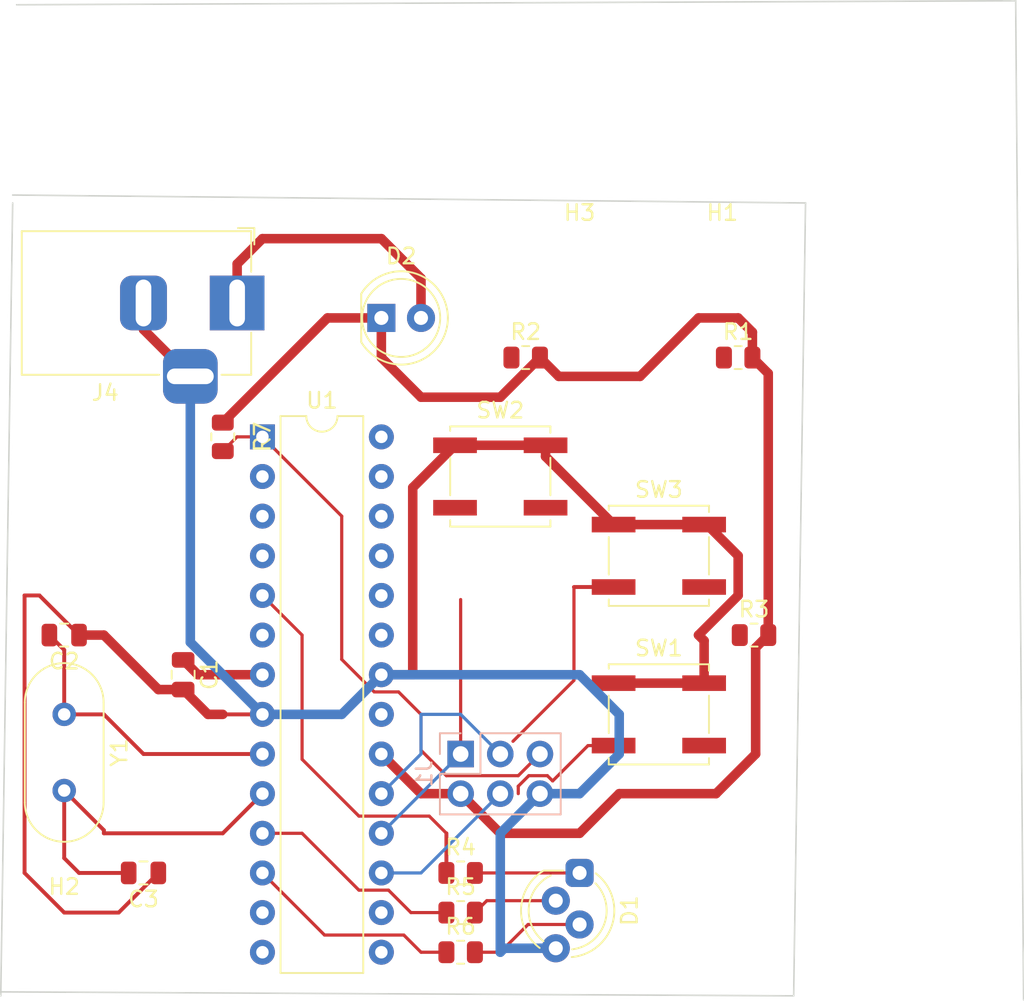
<source format=kicad_pcb>
(kicad_pcb (version 20211014) (generator pcbnew)
  (title_block (title "RGB LED CUSTOMISABLE") (rev "1") (company "University of Macedonia"))
  (layers (0 "F.Cu" signal) (31 "B.Cu" signal) (34 "B.Paste" user) (35 "F.Paste" user) (36 "B.SilkS" user "B.Silkscreen") (37 "F.SilkS" user "F.Silkscreen") (38 "B.Mask" user) (39 "F.Mask" user) (44 "Edge.Cuts" user))
  (net 0 "")
  (net 1 "VCC")
  (net 2 "GND")
  (net 3 "/XTAL1")
  (net 4 "/XTAL2")
  (net 5 "Net-(D1-Pad1)")
  (net 6 "Net-(D1-Pad2)")
  (net 7 "Net-(D1-Pad3)")
  (net 8 "Net-(D2-Pad2)")
  (net 9 "Net-(R1-Pad1)")
  (net 10 "/MISO")
  (net 11 "/SCK")
  (net 12 "/3")
  (net 13 "/5")
  (net 14 "/6")
  (net 15 "/RESET")
  (net 16 "unconnected-(SW1-Pad1)")
  (net 18 "unconnected-(SW3-Pad1)")
  (net 19 "/0")
  (net 20 "/1")
  (net 21 "/2")
  (net 22 "/4")
  (net 23 "/7")
  (net 24 "/MOSI")
  (net 27 "Net-(R2-Pad1)")
  (net 29 "Net-(R3-Pad1)")
  (footprint "Resistor_SMD:R_0805_2012Metric" (layer "F.Cu") (at 118.4675 86.36)
    (fp_text reference "R2" (at 0 -1.65) (layer "F.SilkS"))
    (fp_text value "R")
    (fp_line (start -0.227064 -0.735) (end 0.227064 -0.735) (layer "F.SilkS") (width 0.12))
    (fp_line (start -0.227064 0.735) (end 0.227064 0.735) (layer "F.SilkS") (width 0.12))
    (pad "1" smd roundrect (at -0.9125 0) (size 1.025 1.4) (layers "F.Cu" "F.Paste" "F.Mask") (roundrect_rratio 0.243902) (net 27 "Net-(R2-Pad1)"))
    (pad "2" smd roundrect (at 0.9125 0) (size 1.025 1.4) (layers "F.Cu" "F.Paste" "F.Mask") (roundrect_rratio 0.243902) (net 1 "VCC"))
  )
  (footprint "Resistor_SMD:R_0805_2012Metric" (layer "F.Cu") (at 133.096 104.14)
    (fp_text reference "R3" (at 0 -1.65) (layer "F.SilkS"))
    (fp_text value "R")
    (fp_line (start -0.227064 -0.735) (end 0.227064 -0.735) (layer "F.SilkS") (width 0.12))
    (fp_line (start -0.227064 0.735) (end 0.227064 0.735) (layer "F.SilkS") (width 0.12))
    (pad "1" smd roundrect (at -0.9125 0) (size 1.025 1.4) (layers "F.Cu" "F.Paste" "F.Mask") (roundrect_rratio 0.243902) (net 29 "Net-(R3-Pad1)"))
    (pad "2" smd roundrect (at 0.9125 0) (size 1.025 1.4) (layers "F.Cu" "F.Paste" "F.Mask") (roundrect_rratio 0.243902) (net 1 "VCC"))
  )
  (footprint "Capacitor_SMD:C_0805_2012Metric" (layer "F.Cu") (at 93.98 119.38 180)
    (fp_text reference "C3" (at 0 -1.68) (layer "F.SilkS"))
    (fp_text value "C")
    (fp_line (start -0.261252 0.735) (end 0.261252 0.735) (layer "F.SilkS") (width 0.12))
    (fp_line (start -0.261252 -0.735) (end 0.261252 -0.735) (layer "F.SilkS") (width 0.12))
    (pad "1" smd roundrect (at -0.95 0 180) (size 1 1.45) (layers "F.Cu" "F.Paste" "F.Mask") (net 2 "GND"))
    (pad "2" smd roundrect (at 0.95 0 180) (size 1 1.45) (layers "F.Cu" "F.Paste" "F.Mask") (net 4 "/XTAL2"))
  )
  (footprint "Button_Switch_SMD:SW_Push_1P1T_NO_CK_KSC6xxJ" (layer "F.Cu") (at 127 99.06 180)
    (fp_text reference "SW3" (at 0 4.24) (layer "F.SilkS"))
    (fp_text value "SW_MEC_5E")
    (fp_line (start -3.21 2.8) (end -3.21 3.21) (layer "F.SilkS") (width 0.12))
    (fp_line (start -3.21 3.21) (end 3.21 3.21) (layer "F.SilkS") (width 0.12))
    (fp_line (start -3.21 -3.21) (end -3.21 -2.8) (layer "F.SilkS") (width 0.12))
    (fp_line (start -3.21 -1.2) (end -3.21 1.2) (layer "F.SilkS") (width 0.12))
    (fp_line (start 3.21 3.21) (end 3.21 2.93) (layer "F.SilkS") (width 0.12))
    (fp_line (start 3.21 -2.8) (end 3.21 -3.21) (layer "F.SilkS") (width 0.12))
    (fp_line (start 3.21 1.2) (end 3.21 -1.2) (layer "F.SilkS") (width 0.12))
    (fp_line (start 3.21 -3.21) (end -3.21 -3.21) (layer "F.SilkS") (width 0.12))
    (pad "1" smd rect (at 2.9 -2 180) (size 2.8 1) (layers "F.Cu" "F.Paste" "F.Mask") (net 18 "unconnected-(SW3-Pad1)"))
    (pad "1" smd rect (at -2.9 -2 180) (size 2.8 1) (layers "F.Cu" "F.Paste" "F.Mask") (net 18 "unconnected-(SW3-Pad1)"))
    (pad "2" smd rect (at -2.9 2 180) (size 2.8 1) (layers "F.Cu" "F.Paste" "F.Mask") (net 2 "GND"))
    (pad "2" smd rect (at 2.9 2 180) (size 2.8 1) (layers "F.Cu" "F.Paste" "F.Mask") (net 2 "GND"))
  )
  (footprint "Capacitor_SMD:C_0805_2012Metric" (layer "F.Cu") (at 88.9 104.14 180)
    (fp_text reference "C2" (at 0 -1.68) (layer "F.SilkS"))
    (fp_text value "C")
    (fp_line (start -0.261252 -0.735) (end 0.261252 -0.735) (layer "F.SilkS") (width 0.12))
    (fp_line (start -0.261252 0.735) (end 0.261252 0.735) (layer "F.SilkS") (width 0.12))
    (pad "1" smd roundrect (at -0.95 0 180) (size 1 1.45) (layers "F.Cu" "F.Paste" "F.Mask") (net 2 "GND"))
    (pad "2" smd roundrect (at 0.95 0 180) (size 1 1.45) (layers "F.Cu" "F.Paste" "F.Mask") (net 3 "/XTAL1"))
  )
  (footprint "MountingHole:MountingHole_3.2mm_M3" (layer "F.Cu") (at 121.92 81.28)
    (fp_text reference "H3" (at 0 -4.2) (layer "F.SilkS"))
    (fp_text value "MountingHole")
    (pad "" np_thru_hole circle (at 0 0) (size 3.2 3.2) (drill 3.2) (layers *.Cu *.Mask))
  )
  (footprint "Resistor_SMD:R_0805_2012Metric" (layer "F.Cu") (at 132.08 86.36)
    (fp_text reference "R1" (at 0 -1.65) (layer "F.SilkS"))
    (fp_text value "10KΩ")
    (fp_line (start -0.227064 0.735) (end 0.227064 0.735) (layer "F.SilkS") (width 0.12))
    (fp_line (start -0.227064 -0.735) (end 0.227064 -0.735) (layer "F.SilkS") (width 0.12))
    (pad "1" smd roundrect (at -0.9125 0) (size 1.025 1.4) (layers "F.Cu" "F.Paste" "F.Mask") (roundrect_rratio 0.243902) (net 9 "Net-(R1-Pad1)"))
    (pad "2" smd roundrect (at 0.9125 0) (size 1.025 1.4) (layers "F.Cu" "F.Paste" "F.Mask") (roundrect_rratio 0.243902) (net 1 "VCC"))
  )
  (footprint "Resistor_SMD:R_0805_2012Metric" (layer "F.Cu") (at 99.06 91.44 -90)
    (fp_text reference "R7" (at 0 -2.54 90) (layer "F.SilkS"))
    (fp_text value "R")
    (fp_line (start -0.227064 -0.735) (end 0.227064 -0.735) (layer "F.SilkS") (width 0.12))
    (fp_line (start -0.227064 0.735) (end 0.227064 0.735) (layer "F.SilkS") (width 0.12))
    (pad "1" smd roundrect (at -0.9125 0 270) (size 1.025 1.4) (layers "F.Cu" "F.Paste" "F.Mask") (roundrect_rratio 0.243902) (net 1 "VCC"))
    (pad "2" smd roundrect (at 0.9125 0 270) (size 1.025 1.4) (layers "F.Cu" "F.Paste" "F.Mask") (roundrect_rratio 0.243902) (net 15 "/RESET"))
  )
  (footprint "Connector_BarrelJack:BarrelJack_Horizontal" (layer "F.Cu") (at 99.98 82.8625)
    (fp_text reference "J4" (at -8.45 5.75) (layer "F.SilkS"))
    (fp_text value "Barrel_Jack_Switch")
    (fp_line (start 0.9 1.9) (end 0.9 4.6) (layer "F.SilkS") (width 0.12))
    (fp_line (start 0.9 4.6) (end -1 4.6) (layer "F.SilkS") (width 0.12))
    (fp_line (start 0.9 -4.6) (end 0.9 -2) (layer "F.SilkS") (width 0.12))
    (fp_line (start 1.1 -3.75) (end 1.1 -4.8) (layer "F.SilkS") (width 0.12))
    (fp_line (start -5 4.6) (end -13.8 4.6) (layer "F.SilkS") (width 0.12))
    (fp_line (start -13.8 4.6) (end -13.8 -4.6) (layer "F.SilkS") (width 0.12))
    (fp_line (start -13.8 -4.6) (end 0.9 -4.6) (layer "F.SilkS") (width 0.12))
    (fp_line (start 0.05 -4.8) (end 1.1 -4.8) (layer "F.SilkS") (width 0.12))
    (pad "1" thru_hole rect (at 0 0) (size 3.5 3.5) (drill oval 1 3) (layers *.Cu *.Mask) (net 8 "Net-(D2-Pad2)"))
    (pad "2" thru_hole roundrect (at -6 0) (size 3 3.5) (drill oval 1 3) (layers *.Cu *.Mask) (net 2 "GND"))
    (pad "3" thru_hole roundrect (at -3 4.7) (size 3.5 3.5) (drill oval 3 1) (layers *.Cu *.Mask) (net 2 "GND"))
  )
  (footprint "MountingHole:MountingHole_3.2mm_M3" (layer "F.Cu") (at 88.9 124.46)
    (fp_text reference "H2" (at 0 -4.2) (layer "F.SilkS"))
    (fp_text value "MountingHole")
    (pad "" np_thru_hole circle (at 0 0) (size 3.2 3.2) (drill 3.2) (layers *.Cu *.Mask))
  )
  (footprint "LED_THT:LED_D5.0mm-4_RGB_Staggered_Pins" (layer "F.Cu") (at 121.92 119.38 -90)
    (fp_text reference "D1" (at 2.413 -3.198 90) (layer "F.SilkS"))
    (fp_text value "LED_RGBA")
    (fp_line (start -0.147 1.061188) (end -0.147 2.307) (layer "F.SilkS") (width 0.12))
    (fp_arc (start 4.804334 2.556887) (mid 2.262188 3.748194) (end -0.147 2.30683) (layer "F.SilkS") (width 0.12))
    (fp_arc (start 4.372086 2.315056) (mid 2.134091 3.246393) (end 0.158316 1.842) (layer "F.SilkS") (width 0.12))
    (fp_arc (start 0.028 -1.038) (mid 3.238737 -2.109652) (end 5.389836 0.503784) (layer "F.SilkS") (width 0.12))
    (fp_arc (start 0.660401 -1.015999) (mid 3.242766 -1.592649) (end 4.89309 0.475579) (layer "F.SilkS") (width 0.12))
    (pad "1" thru_hole roundrect (at 0 0 270) (size 1.8 1.8) (drill 0.9) (layers *.Cu *.Mask) (net 5 "Net-(D1-Pad1)"))
    (pad "2" thru_hole circle (at 1.778 1.524 270) (size 1.8 1.8) (drill 0.9) (layers *.Cu *.Mask) (net 6 "Net-(D1-Pad2)"))
    (pad "3" thru_hole circle (at 3.302 0 270) (size 1.8 1.8) (drill 0.9) (layers *.Cu *.Mask) (net 7 "Net-(D1-Pad3)"))
    (pad "4" thru_hole circle (at 4.826 1.524 270) (size 1.8 1.8) (drill 0.9) (layers *.Cu *.Mask) (net 2 "GND"))
  )
  (footprint "Button_Switch_SMD:SW_Push_1P1T_NO_CK_KSC6xxJ" (layer "F.Cu") (at 127 109.22 180)
    (fp_text reference "SW1" (at 0 4.24) (layer "F.SilkS"))
    (fp_text value "SW_MEC_5E")
    (fp_line (start 3.21 1.2) (end 3.21 -1.2) (layer "F.SilkS") (width 0.12))
    (fp_line (start -3.21 -3.21) (end -3.21 -2.8) (layer "F.SilkS") (width 0.12))
    (fp_line (start -3.21 3.21) (end 3.21 3.21) (layer "F.SilkS") (width 0.12))
    (fp_line (start -3.21 -1.2) (end -3.21 1.2) (layer "F.SilkS") (width 0.12))
    (fp_line (start -3.21 2.8) (end -3.21 3.21) (layer "F.SilkS") (width 0.12))
    (fp_line (start 3.21 3.21) (end 3.21 2.93) (layer "F.SilkS") (width 0.12))
    (fp_line (start 3.21 -2.8) (end 3.21 -3.21) (layer "F.SilkS") (width 0.12))
    (fp_line (start 3.21 -3.21) (end -3.21 -3.21) (layer "F.SilkS") (width 0.12))
    (pad "1" smd rect (at -2.9 -2 180) (size 2.8 1) (layers "F.Cu" "F.Paste" "F.Mask") (net 16 "unconnected-(SW1-Pad1)"))
    (pad "1" smd rect (at 2.9 -2 180) (size 2.8 1) (layers "F.Cu" "F.Paste" "F.Mask") (net 16 "unconnected-(SW1-Pad1)"))
    (pad "2" smd rect (at 2.9 2 180) (size 2.8 1) (layers "F.Cu" "F.Paste" "F.Mask") (net 2 "GND"))
    (pad "2" smd rect (at -2.9 2 180) (size 2.8 1) (layers "F.Cu" "F.Paste" "F.Mask") (net 2 "GND"))
  )
  (footprint "Capacitor_SMD:C_0805_2012Metric" (layer "F.Cu") (at 96.52 106.68 -90)
    (fp_text reference "C1" (at 0 -1.68 90) (layer "F.SilkS"))
    (fp_text value "C")
    (fp_line (start -0.261252 -0.735) (end 0.261252 -0.735) (layer "F.SilkS") (width 0.12))
    (fp_line (start -0.261252 0.735) (end 0.261252 0.735) (layer "F.SilkS") (width 0.12))
    (pad "1" smd roundrect (at -0.95 0 270) (size 1 1.45) (layers "F.Cu" "F.Paste" "F.Mask") (net 1 "VCC"))
    (pad "2" smd roundrect (at 0.95 0 270) (size 1 1.45) (layers "F.Cu" "F.Paste" "F.Mask") (net 2 "GND"))
  )
  (footprint "LED_THT:LED_D5.0mm" (layer "F.Cu") (at 109.22 83.82)
    (fp_text reference "D2" (at 1.27 -3.96) (layer "F.SilkS"))
    (fp_text value "LED")
    (fp_line (start -1.29 -1.545) (end -1.29 1.545) (layer "F.SilkS") (width 0.12))
    (fp_arc (start -1.29 -1.54483) (mid 2.072002 -2.880433) (end 4.26 0.000462) (layer "F.SilkS") (width 0.12))
    (fp_arc (start 4.26 -0.000462) (mid 2.072002 2.880433) (end -1.29 1.54483) (layer "F.SilkS") (width 0.12))
    (fp_circle (center 1.27 0) (end 3.77 0) (layer "F.SilkS") (width 0.12) (fill none))
    (pad "1" thru_hole rect (at 0 0) (size 1.8 1.8) (drill 0.9) (layers *.Cu *.Mask) (net 1 "VCC"))
    (pad "2" thru_hole circle (at 2.54 0) (size 1.8 1.8) (drill 0.9) (layers *.Cu *.Mask) (net 8 "Net-(D2-Pad2)"))
  )
  (footprint "Button_Switch_SMD:SW_Push_1P1T_NO_CK_KSC6xxJ" (layer "F.Cu") (at 116.84 93.98 180)
    (fp_text reference "SW2" (at 0 4.24) (layer "F.SilkS"))
    (fp_text value "SW_MEC_5E")
    (fp_line (start -3.21 2.8) (end -3.21 3.21) (layer "F.SilkS") (width 0.12))
    (fp_line (start -3.21 3.21) (end 3.21 3.21) (layer "F.SilkS") (width 0.12))
    (fp_line (start 3.21 -3.21) (end -3.21 -3.21) (layer "F.SilkS") (width 0.12))
    (fp_line (start -3.21 -3.21) (end -3.21 -2.8) (layer "F.SilkS") (width 0.12))
    (fp_line (start -3.21 -1.2) (end -3.21 1.2) (layer "F.SilkS") (width 0.12))
    (fp_line (start 3.21 3.21) (end 3.21 2.93) (layer "F.SilkS") (width 0.12))
    (fp_line (start 3.21 -2.8) (end 3.21 -3.21) (layer "F.SilkS") (width 0.12))
    (fp_line (start 3.21 1.2) (end 3.21 -1.2) (layer "F.SilkS") (width 0.12))
    (pad "1" smd rect (at -2.9 -2 180) (size 2.8 1) (layers "F.Cu" "F.Paste" "F.Mask"))
    (pad "1" smd rect (at 2.9 -2 180) (size 2.8 1) (layers "F.Cu" "F.Paste" "F.Mask"))
    (pad "2" smd rect (at 2.9 2 180) (size 2.8 1) (layers "F.Cu" "F.Paste" "F.Mask") (net 2 "GND"))
    (pad "2" smd rect (at -2.9 2 180) (size 2.8 1) (layers "F.Cu" "F.Paste" "F.Mask") (net 2 "GND"))
  )
  (footprint "MountingHole:MountingHole_3.2mm_M3" (layer "F.Cu") (at 131.064 81.28)
    (fp_text reference "H1" (at 0 -4.2) (layer "F.SilkS"))
    (fp_text value "MountingHole")
    (pad "" np_thru_hole circle (at 0 0) (size 3.2 3.2) (drill 3.2) (layers *.Cu *.Mask))
  )
  (footprint "Resistor_SMD:R_0805_2012Metric" (layer "F.Cu") (at 114.3 124.46)
    (fp_text reference "R6" (at 0 -1.65) (layer "F.SilkS"))
    (fp_text value "R")
    (fp_line (start -0.227064 -0.735) (end 0.227064 -0.735) (layer "F.SilkS") (width 0.12))
    (fp_line (start -0.227064 0.735) (end 0.227064 0.735) (layer "F.SilkS") (width 0.12))
    (pad "1" smd roundrect (at -0.9125 0) (size 1.025 1.4) (layers "F.Cu" "F.Paste" "F.Mask") (roundrect_rratio 0.243902) (net 14 "/6"))
    (pad "2" smd roundrect (at 0.9125 0) (size 1.025 1.4) (layers "F.Cu" "F.Paste" "F.Mask") (roundrect_rratio 0.243902) (net 7 "Net-(D1-Pad3)"))
  )
  (footprint "Resistor_SMD:R_0805_2012Metric" (layer "F.Cu") (at 114.3 121.92)
    (fp_text reference "R5" (at 0 -1.65) (layer "F.SilkS"))
    (fp_text value "R")
    (fp_line (start -0.227064 0.735) (end 0.227064 0.735) (layer "F.SilkS") (width 0.12))
    (fp_line (start -0.227064 -0.735) (end 0.227064 -0.735) (layer "F.SilkS") (width 0.12))
    (pad "1" smd roundrect (at -0.9125 0) (size 1.025 1.4) (layers "F.Cu" "F.Paste" "F.Mask") (roundrect_rratio 0.243902) (net 13 "/5"))
    (pad "2" smd roundrect (at 0.9125 0) (size 1.025 1.4) (layers "F.Cu" "F.Paste" "F.Mask") (roundrect_rratio 0.243902) (net 6 "Net-(D1-Pad2)"))
  )
  (footprint "Crystal:Crystal_HC49-4H_Vertical" (layer "F.Cu") (at 88.9 109.22 -90)
    (fp_text reference "Y1" (at 2.44 -3.525 90) (layer "F.SilkS"))
    (fp_text value "Crystal")
    (fp_line (start -0.76 -2.525) (end 5.64 -2.525) (layer "F.SilkS") (width 0.12))
    (fp_line (start -0.76 2.525) (end 5.64 2.525) (layer "F.SilkS") (width 0.12))
    (fp_arc (start 5.64 -2.525) (mid 8.165 0) (end 5.64 2.525) (layer "F.SilkS") (width 0.12))
    (fp_arc (start -0.76 2.525) (mid -3.285 0) (end -0.76 -2.525) (layer "F.SilkS") (width 0.12))
    (pad "1" thru_hole circle (at 0 0 270) (size 1.5 1.5) (drill 0.8) (layers *.Cu *.Mask) (net 3 "/XTAL1"))
    (pad "2" thru_hole circle (at 4.88 0 270) (size 1.5 1.5) (drill 0.8) (layers *.Cu *.Mask) (net 4 "/XTAL2"))
  )
  (footprint "Package_DIP:DIP-28_W7.62mm" (layer "F.Cu") (at 101.6 91.44)
    (fp_text reference "U1" (at 3.81 -2.33) (layer "F.SilkS"))
    (fp_text value "ATmega328P-P")
    (fp_line (start 1.16 -1.33) (end 1.16 34.35) (layer "F.SilkS") (width 0.12))
    (fp_line (start 1.16 34.35) (end 6.46 34.35) (layer "F.SilkS") (width 0.12))
    (fp_line (start 6.46 -1.33) (end 4.81 -1.33) (layer "F.SilkS") (width 0.12))
    (fp_line (start 6.46 34.35) (end 6.46 -1.33) (layer "F.SilkS") (width 0.12))
    (fp_line (start 2.81 -1.33) (end 1.16 -1.33) (layer "F.SilkS") (width 0.12))
    (fp_arc (start 4.81 -1.33) (mid 3.81 -0.33) (end 2.81 -1.33) (layer "F.SilkS") (width 0.12))
    (pad "1" thru_hole rect (at 0 0) (size 1.6 1.6) (drill 0.8) (layers *.Cu *.Mask) (net 15 "/RESET"))
    (pad "2" thru_hole oval (at 0 2.54) (size 1.6 1.6) (drill 0.8) (layers *.Cu *.Mask) (net 19 "/0"))
    (pad "3" thru_hole oval (at 0 5.08) (size 1.6 1.6) (drill 0.8) (layers *.Cu *.Mask) (net 20 "/1"))
    (pad "4" thru_hole oval (at 0 7.62) (size 1.6 1.6) (drill 0.8) (layers *.Cu *.Mask) (net 21 "/2"))
    (pad "5" thru_hole oval (at 0 10.16) (size 1.6 1.6) (drill 0.8) (layers *.Cu *.Mask) (net 12 "/3"))
    (pad "6" thru_hole oval (at 0 12.7) (size 1.6 1.6) (drill 0.8) (layers *.Cu *.Mask) (net 22 "/4"))
    (pad "7" thru_hole oval (at 0 15.24) (size 1.6 1.6) (drill 0.8) (layers *.Cu *.Mask) (net 1 "VCC"))
    (pad "8" thru_hole oval (at 0 17.78) (size 1.6 1.6) (drill 0.8) (layers *.Cu *.Mask) (net 2 "GND"))
    (pad "9" thru_hole oval (at 0 20.32) (size 1.6 1.6) (drill 0.8) (layers *.Cu *.Mask) (net 3 "/XTAL1"))
    (pad "10" thru_hole oval (at 0 22.86) (size 1.6 1.6) (drill 0.8) (layers *.Cu *.Mask) (net 4 "/XTAL2"))
    (pad "11" thru_hole oval (at 0 25.4) (size 1.6 1.6) (drill 0.8) (layers *.Cu *.Mask) (net 13 "/5"))
    (pad "12" thru_hole oval (at 0 27.94) (size 1.6 1.6) (drill 0.8) (layers *.Cu *.Mask) (net 14 "/6"))
    (pad "13" thru_hole oval (at 0 30.48) (size 1.6 1.6) (drill 0.8) (layers *.Cu *.Mask) (net 23 "/7"))
    (pad "14" thru_hole oval (at 0 33.02) (size 1.6 1.6) (drill 0.8) (layers *.Cu *.Mask))
    (pad "15" thru_hole oval (at 7.62 33.02) (size 1.6 1.6) (drill 0.8) (layers *.Cu *.Mask))
    (pad "16" thru_hole oval (at 7.62 30.48) (size 1.6 1.6) (drill 0.8) (layers *.Cu *.Mask))
    (pad "17" thru_hole oval (at 7.62 27.94) (size 1.6 1.6) (drill 0.8) (layers *.Cu *.Mask) (net 24 "/MOSI"))
    (pad "18" thru_hole oval (at 7.62 25.4) (size 1.6 1.6) (drill 0.8) (layers *.Cu *.Mask) (net 10 "/MISO"))
    (pad "19" thru_hole oval (at 7.62 22.86) (size 1.6 1.6) (drill 0.8) (layers *.Cu *.Mask) (net 11 "/SCK"))
    (pad "20" thru_hole oval (at 7.62 20.32) (size 1.6 1.6) (drill 0.8) (layers *.Cu *.Mask) (net 1 "VCC"))
    (pad "21" thru_hole oval (at 7.62 17.78) (size 1.6 1.6) (drill 0.8) (layers *.Cu *.Mask))
    (pad "22" thru_hole oval (at 7.62 15.24) (size 1.6 1.6) (drill 0.8) (layers *.Cu *.Mask) (net 2 "GND"))
    (pad "23" thru_hole oval (at 7.62 12.7) (size 1.6 1.6) (drill 0.8) (layers *.Cu *.Mask))
    (pad "24" thru_hole oval (at 7.62 10.16) (size 1.6 1.6) (drill 0.8) (layers *.Cu *.Mask))
    (pad "25" thru_hole oval (at 7.62 7.62) (size 1.6 1.6) (drill 0.8) (layers *.Cu *.Mask))
    (pad "26" thru_hole oval (at 7.62 5.08) (size 1.6 1.6) (drill 0.8) (layers *.Cu *.Mask))
    (pad "27" thru_hole oval (at 7.62 2.54) (size 1.6 1.6) (drill 0.8) (layers *.Cu *.Mask))
    (pad "28" thru_hole oval (at 7.62 0) (size 1.6 1.6) (drill 0.8) (layers *.Cu *.Mask))
  )
  (footprint "Resistor_SMD:R_0805_2012Metric" (layer "F.Cu") (at 114.3 119.38)
    (fp_text reference "R4" (at 0 -1.65) (layer "F.SilkS"))
    (fp_text value "R")
    (fp_line (start -0.227064 0.735) (end 0.227064 0.735) (layer "F.SilkS") (width 0.12))
    (fp_line (start -0.227064 -0.735) (end 0.227064 -0.735) (layer "F.SilkS") (width 0.12))
    (pad "1" smd roundrect (at -0.9125 0) (size 1.025 1.4) (layers "F.Cu" "F.Paste" "F.Mask") (roundrect_rratio 0.243902) (net 12 "/3"))
    (pad "2" smd roundrect (at 0.9125 0) (size 1.025 1.4) (layers "F.Cu" "F.Paste" "F.Mask") (roundrect_rratio 0.243902) (net 5 "Net-(D1-Pad1)"))
  )
  (footprint "Connector_PinHeader_2.54mm:PinHeader_2x03_P2.54mm_Vertical" (layer "B.Cu") (at 114.3 111.76 -90)
    (fp_text reference "J1" (at 1.27 2.33 90) (layer "B.SilkS") (effects (justify mirror)))
    (fp_text value "ISP")
    (fp_line (start -1.33 0) (end -1.33 1.33) (layer "B.SilkS") (width 0.12))
    (fp_line (start -1.33 1.33) (end 0 1.33) (layer "B.SilkS") (width 0.12))
    (fp_line (start 1.27 1.33) (end 3.87 1.33) (layer "B.SilkS") (width 0.12))
    (fp_line (start -1.33 -1.27) (end -1.33 -6.41) (layer "B.SilkS") (width 0.12))
    (fp_line (start -1.33 -1.27) (end 1.27 -1.27) (layer "B.SilkS") (width 0.12))
    (fp_line (start 3.87 1.33) (end 3.87 -6.41) (layer "B.SilkS") (width 0.12))
    (fp_line (start -1.33 -6.41) (end 3.87 -6.41) (layer "B.SilkS") (width 0.12))
    (fp_line (start 1.27 -1.27) (end 1.27 1.33) (layer "B.SilkS") (width 0.12))
    (pad "1" thru_hole rect (at 0 0 270) (size 1.7 1.7) (drill 1) (layers *.Cu *.Mask) (net 10 "/MISO"))
    (pad "2" thru_hole oval (at 2.54 0 270) (size 1.7 1.7) (drill 1) (layers *.Cu *.Mask) (net 1 "VCC"))
    (pad "3" thru_hole oval (at 0 -2.54 270) (size 1.7 1.7) (drill 1) (layers *.Cu *.Mask) (net 11 "/SCK"))
    (pad "4" thru_hole oval (at 2.54 -2.54 270) (size 1.7 1.7) (drill 1) (layers *.Cu *.Mask) (net 24 "/MOSI"))
    (pad "5" thru_hole oval (at 0 -5.08 270) (size 1.7 1.7) (drill 1) (layers *.Cu *.Mask) (net 15 "/RESET"))
    (pad "6" thru_hole oval (at 2.54 -5.08 270) (size 1.7 1.7) (drill 1) (layers *.Cu *.Mask) (net 2 "GND"))
  )
  (gr_line (start 84.836 127) (end 135.636 127.254) (layer "Edge.Cuts") (width 0.1))
  (gr_line (start 136.398 76.454) (end 85.598 75.946) (layer "Edge.Cuts") (width 0.1))
  (gr_line (start 84.836 127.254) (end 85.598 76.454) (layer "Edge.Cuts") (width 0.1))
  (gr_line (start 85.852 63.754) (end 149.86 63.5) (layer "Edge.Cuts") (width 0.1))
  (gr_line (start 149.86 63.5) (end 150.368 127.508) (layer "Edge.Cuts") (width 0.1))
  (gr_line (start 135.636 127.254) (end 136.398 76.454) (layer "Edge.Cuts") (width 0.1))
  (segment (start 105.7675 83.82) (end 109.22 83.82) (width 0.6096) (layer "F.Cu") (net 1))
  (segment (start 132.9925 84.7325) (end 132.9925 86.36) (width 0.6096) (layer "F.Cu") (net 1))
  (segment (start 130.6608 114.3) (end 124.46 114.3) (width 0.6096) (layer "F.Cu") (net 1))
  (segment (start 111.76 88.9) (end 109.22 86.36) (width 0.6096) (layer "F.Cu") (net 1))
  (segment (start 114.3 114.3) (end 111.76 114.3) (width 0.6096) (layer "F.Cu") (net 1))
  (segment (start 111.76 88.9) (end 116.84 88.9) (width 0.6096) (layer "F.Cu") (net 1))
  (segment (start 132.9925 86.36) (end 134.0085 87.376) (width 0.6096) (layer "F.Cu") (net 1))
  (segment (start 120.5848 87.5648) (end 125.7952 87.5648) (width 0.6096) (layer "F.Cu") (net 1))
  (segment (start 97.47 106.68) (end 96.52 105.73) (width 0.6096) (layer "F.Cu") (net 1))
  (segment (start 134.0085 87.376) (end 134.0085 104.14) (width 0.6096) (layer "F.Cu") (net 1))
  (segment (start 133.2008 111.76) (end 130.6608 114.3) (width 0.6096) (layer "F.Cu") (net 1))
  (segment (start 116.84 88.9) (end 119.38 86.36) (width 0.6096) (layer "F.Cu") (net 1))
  (segment (start 116.84 116.84) (end 114.3 114.3) (width 0.6096) (layer "F.Cu") (net 1))
  (segment (start 133.2008 111.76) (end 133.2008 104.9477) (width 0.6096) (layer "F.Cu") (net 1))
  (segment (start 111.76 114.3) (end 109.22 111.76) (width 0.6096) (layer "F.Cu") (net 1))
  (segment (start 125.7952 87.5648) (end 129.54 83.82) (width 0.6096) (layer "F.Cu") (net 1))
  (segment (start 133.2008 104.9477) (end 134.0085 104.14) (width 0.6096) (layer "F.Cu") (net 1))
  (segment (start 124.46 114.3) (end 121.92 116.84) (width 0.6096) (layer "F.Cu") (net 1))
  (segment (start 121.92 116.84) (end 116.84 116.84) (width 0.6096) (layer "F.Cu") (net 1))
  (segment (start 132.08 83.82) (end 132.9925 84.7325) (width 0.6096) (layer "F.Cu") (net 1))
  (segment (start 129.54 83.82) (end 132.08 83.82) (width 0.6096) (layer "F.Cu") (net 1))
  (segment (start 119.38 86.36) (end 120.5848 87.5648) (width 0.6096) (layer "F.Cu") (net 1))
  (segment (start 99.06 90.5275) (end 105.7675 83.82) (width 0.6096) (layer "F.Cu") (net 1))
  (segment (start 101.6 106.68) (end 97.47 106.68) (width 0.6096) (layer "F.Cu") (net 1))
  (segment (start 109.22 86.36) (end 109.22 83.82) (width 0.6096) (layer "F.Cu") (net 1))
  (segment (start 89.85 104.14) (end 87.31 101.6) (width 0.25) (layer "F.Cu") (net 2))
  (segment (start 111.2296 106.68) (end 111.2296 94.6904) (width 0.6096) (layer "F.Cu") (net 2))
  (segment (start 86.36 119.38) (end 88.9 121.92) (width 0.25) (layer "F.Cu") (net 2))
  (segment (start 92.39 121.92) (end 94.93 119.38) (width 0.25) (layer "F.Cu") (net 2))
  (segment (start 111.2296 94.6904) (end 113.94 91.98) (width 0.6096) (layer "F.Cu") (net 2))
  (segment (start 129.9 107.22) (end 124.1 107.22) (width 0.6096) (layer "F.Cu") (net 2))
  (segment (start 93.98 84.5625) (end 96.98 87.5625) (width 0.6096) (layer "F.Cu") (net 2))
  (segment (start 91.44 104.14) (end 89.85 104.14) (width 0.6096) (layer "F.Cu") (net 2))
  (segment (start 129.54 104.14) (end 129.9 104.5) (width 0.6096) (layer "F.Cu") (net 2))
  (segment (start 129.9 104.5) (end 129.9 107.22) (width 0.6096) (layer "F.Cu") (net 2))
  (segment (start 86.36 101.6) (end 86.36 119.38) (width 0.25) (layer "F.Cu") (net 2))
  (segment (start 132.08 101.6) (end 129.54 104.14) (width 0.6096) (layer "F.Cu") (net 2))
  (segment (start 130.08 97.06) (end 132.08 99.06) (width 0.6096) (layer "F.Cu") (net 2))
  (segment (start 99.06 109.22) (end 101.6 109.22) (width 0.25) (layer "F.Cu") (net 2))
  (segment (start 113.94 91.98) (end 119.74 91.98) (width 0.6096) (layer "F.Cu") (net 2))
  (segment (start 129.9 97.06) (end 130.08 97.06) (width 0.6096) (layer "F.Cu") (net 2))
  (segment (start 98.11 109.22) (end 96.52 107.63) (width 0.6096) (layer "F.Cu") (net 2))
  (segment (start 119.74 92.7) (end 124.1 97.06) (width 0.6096) (layer "F.Cu") (net 2))
  (segment (start 109.22 106.68) (end 111.2296 106.68) (width 0.6096) (layer "F.Cu") (net 2))
  (segment (start 96.52 107.63) (end 94.93 107.63) (width 0.6096) (layer "F.Cu") (net 2))
  (segment (start 94.93 107.63) (end 91.44 104.14) (width 0.6096) (layer "F.Cu") (net 2))
  (segment (start 99.06 109.22) (end 98.11 109.22) (width 0.6096) (layer "F.Cu") (net 2))
  (segment (start 87.31 101.6) (end 86.36 101.6) (width 0.25) (layer "F.Cu") (net 2))
  (segment (start 93.98 82.8625) (end 93.98 84.5625) (width 0.6096) (layer "F.Cu") (net 2))
  (segment (start 132.08 99.06) (end 132.08 101.6) (width 0.6096) (layer "F.Cu") (net 2))
  (segment (start 119.74 91.98) (end 119.74 92.7) (width 0.6096) (layer "F.Cu") (net 2))
  (segment (start 124.1 97.06) (end 129.9 97.06) (width 0.6096) (layer "F.Cu") (net 2))
  (segment (start 88.9 121.92) (end 92.39 121.92) (width 0.25) (layer "F.Cu") (net 2))
  (segment (start 106.68 109.22) (end 109.22 106.68) (width 0.6096) (layer "B.Cu") (net 2))
  (segment (start 101.6 109.22) (end 106.68 109.22) (width 0.6096) (layer "B.Cu") (net 2))
  (segment (start 116.84 124.46) (end 116.84 116.84) (width 0.6096) (layer "B.Cu") (net 2))
  (segment (start 116.84 116.84) (end 119.38 114.3) (width 0.6096) (layer "B.Cu") (net 2))
  (segment (start 121.92 114.3) (end 119.38 114.3) (width 0.6096) (layer "B.Cu") (net 2))
  (segment (start 109.22 106.68) (end 121.92 106.68) (width 0.6096) (layer "B.Cu") (net 2))
  (segment (start 121.92 106.68) (end 124.46 109.22) (width 0.6096) (layer "B.Cu") (net 2))
  (segment (start 124.46 109.22) (end 124.46 111.76) (width 0.6096) (layer "B.Cu") (net 2))
  (segment (start 96.98 104.6) (end 96.98 87.5625) (width 0.6096) (layer "B.Cu") (net 2))
  (segment (start 101.6 109.22) (end 96.98 104.6) (width 0.6096) (layer "B.Cu") (net 2))
  (segment (start 120.396 124.206) (end 117.094 124.206) (width 0.6096) (layer "B.Cu") (net 2))
  (segment (start 117.094 124.206) (end 116.84 124.46) (width 0.6096) (layer "B.Cu") (net 2))
  (segment (start 124.46 111.76) (end 121.92 114.3) (width 0.6096) (layer "B.Cu") (net 2))
  (segment (start 91.44 109.22) (end 93.98 111.76) (width 0.25) (layer "F.Cu") (net 3))
  (segment (start 88.9 109.22) (end 91.44 109.22) (width 0.25) (layer "F.Cu") (net 3))
  (segment (start 88.9 105.09) (end 88.9 109.22) (width 0.25) (layer "F.Cu") (net 3))
  (segment (start 87.95 104.14) (end 88.9 105.09) (width 0.25) (layer "F.Cu") (net 3))
  (segment (start 93.98 111.76) (end 101.6 111.76) (width 0.25) (layer "F.Cu") (net 3))
  (segment (start 91.44 116.84) (end 99.06 116.84) (width 0.25) (layer "F.Cu") (net 4))
  (segment (start 88.9 114.1) (end 91.44 116.64) (width 0.25) (layer "F.Cu") (net 4))
  (segment (start 88.9 118.43) (end 88.9 114.1) (width 0.25) (layer "F.Cu") (net 4))
  (segment (start 99.06 116.84) (end 101.6 114.3) (width 0.25) (layer "F.Cu") (net 4))
  (segment (start 89.85 119.38) (end 93.03 119.38) (width 0.25) (layer "F.Cu") (net 4))
  (segment (start 91.44 116.64) (end 91.44 116.84) (width 0.25) (layer "F.Cu") (net 4))
  (segment (start 88.9 118.43) (end 89.85 119.38) (width 0.25) (layer "F.Cu") (net 4))
  (segment (start 115.2125 119.38) (end 121.92 119.38) (width 0.2032) (layer "F.Cu") (net 5))
  (segment (start 115.2125 121.92) (end 115.9745 121.158) (width 0.2032) (layer "F.Cu") (net 6))
  (segment (start 115.9745 121.158) (end 120.396 121.158) (width 0.2032) (layer "F.Cu") (net 6))
  (segment (start 115.2125 124.46) (end 116.84 124.46) (width 0.2032) (layer "F.Cu") (net 7))
  (segment (start 116.84 124.46) (end 118.618 122.682) (width 0.2032) (layer "F.Cu") (net 7))
  (segment (start 118.618 122.682) (end 121.92 122.682) (width 0.2032) (layer "F.Cu") (net 7))
  (segment (start 101.6 78.74) (end 109.22 78.74) (width 0.6096) (layer "F.Cu") (net 8))
  (segment (start 111.76 81.28) (end 111.76 83.82) (width 0.6096) (layer "F.Cu") (net 8))
  (segment (start 109.22 78.74) (end 111.76 81.28) (width 0.6096) (layer "F.Cu") (net 8))
  (segment (start 99.98 82.8625) (end 99.98 80.36) (width 0.6096) (layer "F.Cu") (net 8))
  (segment (start 99.98 80.36) (end 101.6 78.74) (width 0.6096) (layer "F.Cu") (net 8))
  (segment (start 114.3 111.76) (end 114.3 101.8616) (width 0.2032) (layer "F.Cu") (net 10))
  (segment (start 109.22 116.84) (end 114.3 111.76) (width 0.2032) (layer "B.Cu") (net 10))
  (segment (start 109.22 114.3) (end 111.76 111.76) (width 0.2032) (layer "B.Cu") (net 11))
  (segment (start 111.76 109.22) (end 114.3 109.22) (width 0.2032) (layer "B.Cu") (net 11))
  (segment (start 114.3 109.22) (end 116.84 111.76) (width 0.2032) (layer "B.Cu") (net 11))
  (segment (start 111.76 111.76) (end 111.76 109.22) (width 0.2032) (layer "B.Cu") (net 11))
  (segment (start 107.7816 115.7384) (end 104.14 112.0968) (width 0.2032) (layer "F.Cu") (net 12))
  (segment (start 113.3875 116.84) (end 113.3875 119.38) (width 0.25) (layer "F.Cu") (net 12))
  (segment (start 104.14 104.14) (end 101.6 101.6) (width 0.2032) (layer "F.Cu") (net 12))
  (segment (start 104.14 112.0968) (end 104.14 104.14) (width 0.2032) (layer "F.Cu") (net 12))
  (segment (start 113.3875 116.84) (end 112.2859 115.7384) (width 0.2032) (layer "F.Cu") (net 12))
  (segment (start 112.2859 115.7384) (end 107.7816 115.7384) (width 0.2032) (layer "F.Cu") (net 12))
  (segment (start 104.14 116.84) (end 101.6 116.84) (width 0.2032) (layer "F.Cu") (net 13))
  (segment (start 113.3875 121.92) (end 111.114698 121.92) (width 0.2032) (layer "F.Cu") (net 13))
  (segment (start 109.676298 120.4816) (end 107.7816 120.4816) (width 0.2032) (layer "F.Cu") (net 13))
  (segment (start 111.114698 121.92) (end 109.676298 120.4816) (width 0.2032) (layer "F.Cu") (net 13))
  (segment (start 107.7816 120.4816) (end 104.14 116.84) (width 0.2032) (layer "F.Cu") (net 13))
  (segment (start 111.76 124.46) (end 110.6584 123.3584) (width 0.2032) (layer "F.Cu") (net 14))
  (segment (start 110.6584 123.3584) (end 105.5784 123.3584) (width 0.2032) (layer "F.Cu") (net 14))
  (segment (start 105.5784 123.3584) (end 101.6 119.38) (width 0.2032) (layer "F.Cu") (net 14))
  (segment (start 111.76 124.46) (end 113.3875 124.46) (width 0.2032) (layer "F.Cu") (net 14))
  (segment (start 106.68 96.52) (end 106.68 105.697898) (width 0.2032) (layer "F.Cu") (net 15))
  (segment (start 111.76 109.22) (end 111.76 111.5232) (width 0.2032) (layer "F.Cu") (net 15))
  (segment (start 111.76 111.5232) (end 113.3852 113.1484) (width 0.2032) (layer "F.Cu") (net 15))
  (segment (start 99.06 92.3525) (end 99.9725 91.44) (width 0.2032) (layer "F.Cu") (net 15))
  (segment (start 101.6 91.44) (end 106.68 96.52) (width 0.2032) (layer "F.Cu") (net 15))
  (segment (start 106.68 105.697898) (end 108.763702 107.7816) (width 0.2032) (layer "F.Cu") (net 15))
  (segment (start 99.9725 91.44) (end 101.6 91.44) (width 0.2032) (layer "F.Cu") (net 15))
  (segment (start 110.3216 107.7816) (end 111.76 109.22) (width 0.2032) (layer "F.Cu") (net 15))
  (segment (start 117.9916 113.1484) (end 119.38 111.76) (width 0.2032) (layer "F.Cu") (net 15))
  (segment (start 108.763702 107.7816) (end 110.3216 107.7816) (width 0.2032) (layer "F.Cu") (net 15))
  (segment (start 113.3852 113.1484) (end 117.9916 113.1484) (width 0.2032) (layer "F.Cu") (net 15))
  (segment (start 124.1 111.22) (end 122.46 111.22) (width 0.2032) (layer "F.Cu") (net 16))
  (segment (start 120.194304 113.485696) (end 119.857009 113.148401) (width 0.2032) (layer "F.Cu") (net 16))
  (segment (start 118.66619 113.148401) (end 117.9916 113.822991) (width 0.2032) (layer "F.Cu") (net 16))
  (segment (start 117.9916 113.822991) (end 117.9916 114.3) (width 0.2032) (layer "F.Cu") (net 16))
  (segment (start 119.857009 113.148401) (end 118.66619 113.148401) (width 0.2032) (layer "F.Cu") (net 16))
  (segment (start 122.46 111.22) (end 120.194304 113.485696) (width 0.2032) (layer "F.Cu") (net 16))
  (segment (start 121.56 101.06) (end 124.1 101.06) (width 0.25) (layer "F.Cu") (net 18))
  (segment (start 121.56 107.04) (end 117.654304 110.945696) (width 0.2032) (layer "F.Cu") (net 18))
  (segment (start 121.56 101.06) (end 121.56 107.04) (width 0.2032) (layer "F.Cu") (net 18))
  (segment (start 111.76 119.38) (end 116.84 114.3) (width 0.2032) (layer "B.Cu") (net 24))
  (segment (start 109.22 119.38) (end 111.76 119.38) (width 0.2032) (layer "B.Cu") (net 24))
)
</source>
